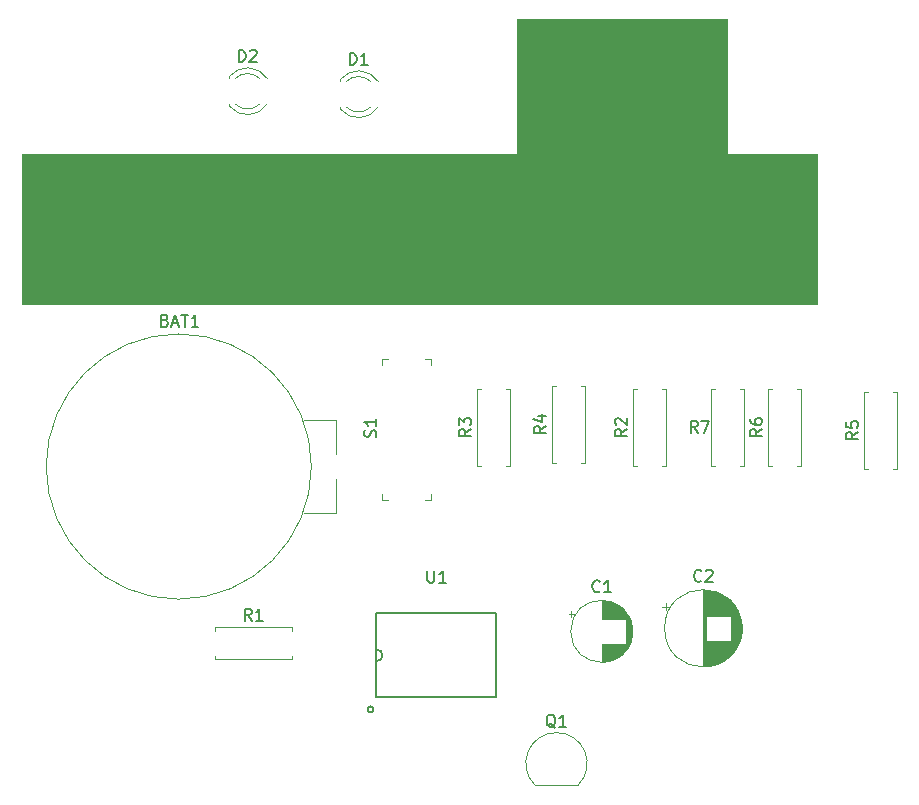
<source format=gto>
G04 #@! TF.GenerationSoftware,KiCad,Pcbnew,5.1.4+dfsg1-1*
G04 #@! TF.CreationDate,2019-08-20T23:46:59-04:00*
G04 #@! TF.ProjectId,hello_world,68656c6c-6f5f-4776-9f72-6c642e6b6963,v01*
G04 #@! TF.SameCoordinates,Original*
G04 #@! TF.FileFunction,Legend,Top*
G04 #@! TF.FilePolarity,Positive*
%FSLAX46Y46*%
G04 Gerber Fmt 4.6, Leading zero omitted, Abs format (unit mm)*
G04 Created by KiCad (PCBNEW 5.1.4+dfsg1-1) date 2019-08-20 23:46:59*
%MOMM*%
%LPD*%
G04 APERTURE LIST*
%ADD10C,0.100000*%
%ADD11C,0.120000*%
%ADD12C,0.203200*%
%ADD13C,0.150000*%
G04 APERTURE END LIST*
D10*
G36*
X184150000Y-80010000D02*
G01*
X166370000Y-80010000D01*
X166370000Y-67310000D01*
X184150000Y-67310000D01*
X184150000Y-80010000D01*
G37*
X184150000Y-80010000D02*
X166370000Y-80010000D01*
X166370000Y-67310000D01*
X184150000Y-67310000D01*
X184150000Y-80010000D01*
G36*
X191770000Y-91440000D02*
G01*
X124460000Y-91440000D01*
X124460000Y-78740000D01*
X191770000Y-78740000D01*
X191770000Y-91440000D01*
G37*
X191770000Y-91440000D02*
X124460000Y-91440000D01*
X124460000Y-78740000D01*
X191770000Y-78740000D01*
X191770000Y-91440000D01*
X151002601Y-109092601D02*
X151002601Y-106247801D01*
X151002601Y-101269401D02*
X151002601Y-104114201D01*
X148259401Y-109092601D02*
X151002601Y-109092601D01*
X148259401Y-101269401D02*
X151002601Y-101269401D01*
X148919801Y-105181001D02*
G75*
G03X148919801Y-105181001I-11226800J0D01*
G01*
D11*
X176118000Y-119126000D02*
G75*
G03X176118000Y-119126000I-2620000J0D01*
G01*
X173498000Y-120166000D02*
X173498000Y-121706000D01*
X173498000Y-116546000D02*
X173498000Y-118086000D01*
X173538000Y-120166000D02*
X173538000Y-121706000D01*
X173538000Y-116546000D02*
X173538000Y-118086000D01*
X173578000Y-116547000D02*
X173578000Y-118086000D01*
X173578000Y-120166000D02*
X173578000Y-121705000D01*
X173618000Y-116548000D02*
X173618000Y-118086000D01*
X173618000Y-120166000D02*
X173618000Y-121704000D01*
X173658000Y-116550000D02*
X173658000Y-118086000D01*
X173658000Y-120166000D02*
X173658000Y-121702000D01*
X173698000Y-116553000D02*
X173698000Y-118086000D01*
X173698000Y-120166000D02*
X173698000Y-121699000D01*
X173738000Y-116557000D02*
X173738000Y-118086000D01*
X173738000Y-120166000D02*
X173738000Y-121695000D01*
X173778000Y-116561000D02*
X173778000Y-118086000D01*
X173778000Y-120166000D02*
X173778000Y-121691000D01*
X173818000Y-116565000D02*
X173818000Y-118086000D01*
X173818000Y-120166000D02*
X173818000Y-121687000D01*
X173858000Y-116570000D02*
X173858000Y-118086000D01*
X173858000Y-120166000D02*
X173858000Y-121682000D01*
X173898000Y-116576000D02*
X173898000Y-118086000D01*
X173898000Y-120166000D02*
X173898000Y-121676000D01*
X173938000Y-116583000D02*
X173938000Y-118086000D01*
X173938000Y-120166000D02*
X173938000Y-121669000D01*
X173978000Y-116590000D02*
X173978000Y-118086000D01*
X173978000Y-120166000D02*
X173978000Y-121662000D01*
X174018000Y-116598000D02*
X174018000Y-118086000D01*
X174018000Y-120166000D02*
X174018000Y-121654000D01*
X174058000Y-116606000D02*
X174058000Y-118086000D01*
X174058000Y-120166000D02*
X174058000Y-121646000D01*
X174098000Y-116615000D02*
X174098000Y-118086000D01*
X174098000Y-120166000D02*
X174098000Y-121637000D01*
X174138000Y-116625000D02*
X174138000Y-118086000D01*
X174138000Y-120166000D02*
X174138000Y-121627000D01*
X174178000Y-116635000D02*
X174178000Y-118086000D01*
X174178000Y-120166000D02*
X174178000Y-121617000D01*
X174219000Y-116646000D02*
X174219000Y-118086000D01*
X174219000Y-120166000D02*
X174219000Y-121606000D01*
X174259000Y-116658000D02*
X174259000Y-118086000D01*
X174259000Y-120166000D02*
X174259000Y-121594000D01*
X174299000Y-116671000D02*
X174299000Y-118086000D01*
X174299000Y-120166000D02*
X174299000Y-121581000D01*
X174339000Y-116684000D02*
X174339000Y-118086000D01*
X174339000Y-120166000D02*
X174339000Y-121568000D01*
X174379000Y-116698000D02*
X174379000Y-118086000D01*
X174379000Y-120166000D02*
X174379000Y-121554000D01*
X174419000Y-116712000D02*
X174419000Y-118086000D01*
X174419000Y-120166000D02*
X174419000Y-121540000D01*
X174459000Y-116728000D02*
X174459000Y-118086000D01*
X174459000Y-120166000D02*
X174459000Y-121524000D01*
X174499000Y-116744000D02*
X174499000Y-118086000D01*
X174499000Y-120166000D02*
X174499000Y-121508000D01*
X174539000Y-116761000D02*
X174539000Y-118086000D01*
X174539000Y-120166000D02*
X174539000Y-121491000D01*
X174579000Y-116778000D02*
X174579000Y-118086000D01*
X174579000Y-120166000D02*
X174579000Y-121474000D01*
X174619000Y-116797000D02*
X174619000Y-118086000D01*
X174619000Y-120166000D02*
X174619000Y-121455000D01*
X174659000Y-116816000D02*
X174659000Y-118086000D01*
X174659000Y-120166000D02*
X174659000Y-121436000D01*
X174699000Y-116836000D02*
X174699000Y-118086000D01*
X174699000Y-120166000D02*
X174699000Y-121416000D01*
X174739000Y-116858000D02*
X174739000Y-118086000D01*
X174739000Y-120166000D02*
X174739000Y-121394000D01*
X174779000Y-116879000D02*
X174779000Y-118086000D01*
X174779000Y-120166000D02*
X174779000Y-121373000D01*
X174819000Y-116902000D02*
X174819000Y-118086000D01*
X174819000Y-120166000D02*
X174819000Y-121350000D01*
X174859000Y-116926000D02*
X174859000Y-118086000D01*
X174859000Y-120166000D02*
X174859000Y-121326000D01*
X174899000Y-116951000D02*
X174899000Y-118086000D01*
X174899000Y-120166000D02*
X174899000Y-121301000D01*
X174939000Y-116977000D02*
X174939000Y-118086000D01*
X174939000Y-120166000D02*
X174939000Y-121275000D01*
X174979000Y-117004000D02*
X174979000Y-118086000D01*
X174979000Y-120166000D02*
X174979000Y-121248000D01*
X175019000Y-117031000D02*
X175019000Y-118086000D01*
X175019000Y-120166000D02*
X175019000Y-121221000D01*
X175059000Y-117061000D02*
X175059000Y-118086000D01*
X175059000Y-120166000D02*
X175059000Y-121191000D01*
X175099000Y-117091000D02*
X175099000Y-118086000D01*
X175099000Y-120166000D02*
X175099000Y-121161000D01*
X175139000Y-117122000D02*
X175139000Y-118086000D01*
X175139000Y-120166000D02*
X175139000Y-121130000D01*
X175179000Y-117155000D02*
X175179000Y-118086000D01*
X175179000Y-120166000D02*
X175179000Y-121097000D01*
X175219000Y-117189000D02*
X175219000Y-118086000D01*
X175219000Y-120166000D02*
X175219000Y-121063000D01*
X175259000Y-117225000D02*
X175259000Y-118086000D01*
X175259000Y-120166000D02*
X175259000Y-121027000D01*
X175299000Y-117262000D02*
X175299000Y-118086000D01*
X175299000Y-120166000D02*
X175299000Y-120990000D01*
X175339000Y-117300000D02*
X175339000Y-118086000D01*
X175339000Y-120166000D02*
X175339000Y-120952000D01*
X175379000Y-117341000D02*
X175379000Y-118086000D01*
X175379000Y-120166000D02*
X175379000Y-120911000D01*
X175419000Y-117383000D02*
X175419000Y-118086000D01*
X175419000Y-120166000D02*
X175419000Y-120869000D01*
X175459000Y-117427000D02*
X175459000Y-118086000D01*
X175459000Y-120166000D02*
X175459000Y-120825000D01*
X175499000Y-117473000D02*
X175499000Y-118086000D01*
X175499000Y-120166000D02*
X175499000Y-120779000D01*
X175539000Y-117521000D02*
X175539000Y-120731000D01*
X175579000Y-117572000D02*
X175579000Y-120680000D01*
X175619000Y-117626000D02*
X175619000Y-120626000D01*
X175659000Y-117683000D02*
X175659000Y-120569000D01*
X175699000Y-117743000D02*
X175699000Y-120509000D01*
X175739000Y-117807000D02*
X175739000Y-120445000D01*
X175779000Y-117875000D02*
X175779000Y-120377000D01*
X175819000Y-117948000D02*
X175819000Y-120304000D01*
X175859000Y-118028000D02*
X175859000Y-120224000D01*
X175899000Y-118115000D02*
X175899000Y-120137000D01*
X175939000Y-118211000D02*
X175939000Y-120041000D01*
X175979000Y-118321000D02*
X175979000Y-119931000D01*
X176019000Y-118449000D02*
X176019000Y-119803000D01*
X176059000Y-118608000D02*
X176059000Y-119644000D01*
X176099000Y-118842000D02*
X176099000Y-119410000D01*
X170693225Y-117651000D02*
X171193225Y-117651000D01*
X170943225Y-117401000D02*
X170943225Y-117901000D01*
X185368000Y-118872000D02*
G75*
G03X185368000Y-118872000I-3270000J0D01*
G01*
X182098000Y-115642000D02*
X182098000Y-122102000D01*
X182138000Y-115642000D02*
X182138000Y-122102000D01*
X182178000Y-115642000D02*
X182178000Y-122102000D01*
X182218000Y-115644000D02*
X182218000Y-122100000D01*
X182258000Y-115645000D02*
X182258000Y-122099000D01*
X182298000Y-115648000D02*
X182298000Y-122096000D01*
X182338000Y-115650000D02*
X182338000Y-117832000D01*
X182338000Y-119912000D02*
X182338000Y-122094000D01*
X182378000Y-115654000D02*
X182378000Y-117832000D01*
X182378000Y-119912000D02*
X182378000Y-122090000D01*
X182418000Y-115657000D02*
X182418000Y-117832000D01*
X182418000Y-119912000D02*
X182418000Y-122087000D01*
X182458000Y-115661000D02*
X182458000Y-117832000D01*
X182458000Y-119912000D02*
X182458000Y-122083000D01*
X182498000Y-115666000D02*
X182498000Y-117832000D01*
X182498000Y-119912000D02*
X182498000Y-122078000D01*
X182538000Y-115671000D02*
X182538000Y-117832000D01*
X182538000Y-119912000D02*
X182538000Y-122073000D01*
X182578000Y-115677000D02*
X182578000Y-117832000D01*
X182578000Y-119912000D02*
X182578000Y-122067000D01*
X182618000Y-115683000D02*
X182618000Y-117832000D01*
X182618000Y-119912000D02*
X182618000Y-122061000D01*
X182658000Y-115690000D02*
X182658000Y-117832000D01*
X182658000Y-119912000D02*
X182658000Y-122054000D01*
X182698000Y-115697000D02*
X182698000Y-117832000D01*
X182698000Y-119912000D02*
X182698000Y-122047000D01*
X182738000Y-115705000D02*
X182738000Y-117832000D01*
X182738000Y-119912000D02*
X182738000Y-122039000D01*
X182778000Y-115713000D02*
X182778000Y-117832000D01*
X182778000Y-119912000D02*
X182778000Y-122031000D01*
X182819000Y-115722000D02*
X182819000Y-117832000D01*
X182819000Y-119912000D02*
X182819000Y-122022000D01*
X182859000Y-115731000D02*
X182859000Y-117832000D01*
X182859000Y-119912000D02*
X182859000Y-122013000D01*
X182899000Y-115741000D02*
X182899000Y-117832000D01*
X182899000Y-119912000D02*
X182899000Y-122003000D01*
X182939000Y-115751000D02*
X182939000Y-117832000D01*
X182939000Y-119912000D02*
X182939000Y-121993000D01*
X182979000Y-115762000D02*
X182979000Y-117832000D01*
X182979000Y-119912000D02*
X182979000Y-121982000D01*
X183019000Y-115774000D02*
X183019000Y-117832000D01*
X183019000Y-119912000D02*
X183019000Y-121970000D01*
X183059000Y-115786000D02*
X183059000Y-117832000D01*
X183059000Y-119912000D02*
X183059000Y-121958000D01*
X183099000Y-115798000D02*
X183099000Y-117832000D01*
X183099000Y-119912000D02*
X183099000Y-121946000D01*
X183139000Y-115811000D02*
X183139000Y-117832000D01*
X183139000Y-119912000D02*
X183139000Y-121933000D01*
X183179000Y-115825000D02*
X183179000Y-117832000D01*
X183179000Y-119912000D02*
X183179000Y-121919000D01*
X183219000Y-115839000D02*
X183219000Y-117832000D01*
X183219000Y-119912000D02*
X183219000Y-121905000D01*
X183259000Y-115854000D02*
X183259000Y-117832000D01*
X183259000Y-119912000D02*
X183259000Y-121890000D01*
X183299000Y-115870000D02*
X183299000Y-117832000D01*
X183299000Y-119912000D02*
X183299000Y-121874000D01*
X183339000Y-115886000D02*
X183339000Y-117832000D01*
X183339000Y-119912000D02*
X183339000Y-121858000D01*
X183379000Y-115902000D02*
X183379000Y-117832000D01*
X183379000Y-119912000D02*
X183379000Y-121842000D01*
X183419000Y-115920000D02*
X183419000Y-117832000D01*
X183419000Y-119912000D02*
X183419000Y-121824000D01*
X183459000Y-115938000D02*
X183459000Y-117832000D01*
X183459000Y-119912000D02*
X183459000Y-121806000D01*
X183499000Y-115956000D02*
X183499000Y-117832000D01*
X183499000Y-119912000D02*
X183499000Y-121788000D01*
X183539000Y-115976000D02*
X183539000Y-117832000D01*
X183539000Y-119912000D02*
X183539000Y-121768000D01*
X183579000Y-115996000D02*
X183579000Y-117832000D01*
X183579000Y-119912000D02*
X183579000Y-121748000D01*
X183619000Y-116016000D02*
X183619000Y-117832000D01*
X183619000Y-119912000D02*
X183619000Y-121728000D01*
X183659000Y-116038000D02*
X183659000Y-117832000D01*
X183659000Y-119912000D02*
X183659000Y-121706000D01*
X183699000Y-116060000D02*
X183699000Y-117832000D01*
X183699000Y-119912000D02*
X183699000Y-121684000D01*
X183739000Y-116082000D02*
X183739000Y-117832000D01*
X183739000Y-119912000D02*
X183739000Y-121662000D01*
X183779000Y-116106000D02*
X183779000Y-117832000D01*
X183779000Y-119912000D02*
X183779000Y-121638000D01*
X183819000Y-116130000D02*
X183819000Y-117832000D01*
X183819000Y-119912000D02*
X183819000Y-121614000D01*
X183859000Y-116156000D02*
X183859000Y-117832000D01*
X183859000Y-119912000D02*
X183859000Y-121588000D01*
X183899000Y-116182000D02*
X183899000Y-117832000D01*
X183899000Y-119912000D02*
X183899000Y-121562000D01*
X183939000Y-116208000D02*
X183939000Y-117832000D01*
X183939000Y-119912000D02*
X183939000Y-121536000D01*
X183979000Y-116236000D02*
X183979000Y-117832000D01*
X183979000Y-119912000D02*
X183979000Y-121508000D01*
X184019000Y-116265000D02*
X184019000Y-117832000D01*
X184019000Y-119912000D02*
X184019000Y-121479000D01*
X184059000Y-116294000D02*
X184059000Y-117832000D01*
X184059000Y-119912000D02*
X184059000Y-121450000D01*
X184099000Y-116324000D02*
X184099000Y-117832000D01*
X184099000Y-119912000D02*
X184099000Y-121420000D01*
X184139000Y-116356000D02*
X184139000Y-117832000D01*
X184139000Y-119912000D02*
X184139000Y-121388000D01*
X184179000Y-116388000D02*
X184179000Y-117832000D01*
X184179000Y-119912000D02*
X184179000Y-121356000D01*
X184219000Y-116422000D02*
X184219000Y-117832000D01*
X184219000Y-119912000D02*
X184219000Y-121322000D01*
X184259000Y-116456000D02*
X184259000Y-117832000D01*
X184259000Y-119912000D02*
X184259000Y-121288000D01*
X184299000Y-116492000D02*
X184299000Y-117832000D01*
X184299000Y-119912000D02*
X184299000Y-121252000D01*
X184339000Y-116529000D02*
X184339000Y-117832000D01*
X184339000Y-119912000D02*
X184339000Y-121215000D01*
X184379000Y-116567000D02*
X184379000Y-117832000D01*
X184379000Y-119912000D02*
X184379000Y-121177000D01*
X184419000Y-116607000D02*
X184419000Y-121137000D01*
X184459000Y-116648000D02*
X184459000Y-121096000D01*
X184499000Y-116690000D02*
X184499000Y-121054000D01*
X184539000Y-116735000D02*
X184539000Y-121009000D01*
X184579000Y-116780000D02*
X184579000Y-120964000D01*
X184619000Y-116828000D02*
X184619000Y-120916000D01*
X184659000Y-116877000D02*
X184659000Y-120867000D01*
X184699000Y-116928000D02*
X184699000Y-120816000D01*
X184739000Y-116982000D02*
X184739000Y-120762000D01*
X184779000Y-117038000D02*
X184779000Y-120706000D01*
X184819000Y-117096000D02*
X184819000Y-120648000D01*
X184859000Y-117158000D02*
X184859000Y-120586000D01*
X184899000Y-117222000D02*
X184899000Y-120522000D01*
X184939000Y-117291000D02*
X184939000Y-120453000D01*
X184979000Y-117363000D02*
X184979000Y-120381000D01*
X185019000Y-117440000D02*
X185019000Y-120304000D01*
X185059000Y-117522000D02*
X185059000Y-120222000D01*
X185099000Y-117610000D02*
X185099000Y-120134000D01*
X185139000Y-117707000D02*
X185139000Y-120037000D01*
X185179000Y-117813000D02*
X185179000Y-119931000D01*
X185219000Y-117932000D02*
X185219000Y-119812000D01*
X185259000Y-118070000D02*
X185259000Y-119674000D01*
X185299000Y-118239000D02*
X185299000Y-119505000D01*
X185339000Y-118470000D02*
X185339000Y-119274000D01*
X178597759Y-117033000D02*
X179227759Y-117033000D01*
X178912759Y-116718000D02*
X178912759Y-117348000D01*
X154580335Y-72581392D02*
G75*
G03X151348000Y-72424484I-1672335J-1078608D01*
G01*
X154580335Y-74738608D02*
G75*
G02X151348000Y-74895516I-1672335J1078608D01*
G01*
X153949130Y-72580163D02*
G75*
G03X151867039Y-72580000I-1041130J-1079837D01*
G01*
X153949130Y-74739837D02*
G75*
G02X151867039Y-74740000I-1041130J1079837D01*
G01*
X151348000Y-72424000D02*
X151348000Y-72580000D01*
X151348000Y-74740000D02*
X151348000Y-74896000D01*
X141950000Y-74486000D02*
X141950000Y-74642000D01*
X141950000Y-72170000D02*
X141950000Y-72326000D01*
X144551130Y-74485837D02*
G75*
G02X142469039Y-74486000I-1041130J1079837D01*
G01*
X144551130Y-72326163D02*
G75*
G03X142469039Y-72326000I-1041130J-1079837D01*
G01*
X145182335Y-74484608D02*
G75*
G02X141950000Y-74641516I-1672335J1078608D01*
G01*
X145182335Y-72327392D02*
G75*
G03X141950000Y-72170484I-1672335J-1078608D01*
G01*
X167872000Y-132152000D02*
X171472000Y-132152000D01*
X167833522Y-132140478D02*
G75*
G02X169672000Y-127702000I1838478J1838478D01*
G01*
X171510478Y-132140478D02*
G75*
G03X169672000Y-127702000I-1838478J1838478D01*
G01*
X140748000Y-119102000D02*
X140748000Y-118772000D01*
X140748000Y-118772000D02*
X147288000Y-118772000D01*
X147288000Y-118772000D02*
X147288000Y-119102000D01*
X140748000Y-121182000D02*
X140748000Y-121512000D01*
X140748000Y-121512000D02*
X147288000Y-121512000D01*
X147288000Y-121512000D02*
X147288000Y-121182000D01*
X178916000Y-98584000D02*
X178586000Y-98584000D01*
X178916000Y-105124000D02*
X178916000Y-98584000D01*
X178586000Y-105124000D02*
X178916000Y-105124000D01*
X176176000Y-98584000D02*
X176506000Y-98584000D01*
X176176000Y-105124000D02*
X176176000Y-98584000D01*
X176506000Y-105124000D02*
X176176000Y-105124000D01*
X163298000Y-105124000D02*
X162968000Y-105124000D01*
X162968000Y-105124000D02*
X162968000Y-98584000D01*
X162968000Y-98584000D02*
X163298000Y-98584000D01*
X165378000Y-105124000D02*
X165708000Y-105124000D01*
X165708000Y-105124000D02*
X165708000Y-98584000D01*
X165708000Y-98584000D02*
X165378000Y-98584000D01*
X172058000Y-98330000D02*
X171728000Y-98330000D01*
X172058000Y-104870000D02*
X172058000Y-98330000D01*
X171728000Y-104870000D02*
X172058000Y-104870000D01*
X169318000Y-98330000D02*
X169648000Y-98330000D01*
X169318000Y-104870000D02*
X169318000Y-98330000D01*
X169648000Y-104870000D02*
X169318000Y-104870000D01*
X196064000Y-105378000D02*
X195734000Y-105378000D01*
X195734000Y-105378000D02*
X195734000Y-98838000D01*
X195734000Y-98838000D02*
X196064000Y-98838000D01*
X198144000Y-105378000D02*
X198474000Y-105378000D01*
X198474000Y-105378000D02*
X198474000Y-98838000D01*
X198474000Y-98838000D02*
X198144000Y-98838000D01*
X190346000Y-98584000D02*
X190016000Y-98584000D01*
X190346000Y-105124000D02*
X190346000Y-98584000D01*
X190016000Y-105124000D02*
X190346000Y-105124000D01*
X187606000Y-98584000D02*
X187936000Y-98584000D01*
X187606000Y-105124000D02*
X187606000Y-98584000D01*
X187936000Y-105124000D02*
X187606000Y-105124000D01*
X183110000Y-105124000D02*
X182780000Y-105124000D01*
X182780000Y-105124000D02*
X182780000Y-98584000D01*
X182780000Y-98584000D02*
X183110000Y-98584000D01*
X185190000Y-105124000D02*
X185520000Y-105124000D01*
X185520000Y-105124000D02*
X185520000Y-98584000D01*
X185520000Y-98584000D02*
X185190000Y-98584000D01*
D10*
X159072000Y-96094000D02*
X159072000Y-96594000D01*
X159072000Y-96094000D02*
X158572000Y-96094000D01*
X159072000Y-107994000D02*
X159072000Y-107494000D01*
X159072000Y-107994000D02*
X158572000Y-107994000D01*
X154872000Y-107994000D02*
X154872000Y-107494000D01*
X154872000Y-107994000D02*
X155372000Y-107994000D01*
X154872000Y-96094000D02*
X155372000Y-96094000D01*
X154872000Y-96094000D02*
X154872000Y-96594000D01*
D12*
X154432000Y-124714000D02*
X154432000Y-117602000D01*
X164592000Y-124714000D02*
X164592000Y-117602000D01*
X154432000Y-120650000D02*
G75*
G02X154432000Y-121666000I0J-508000D01*
G01*
X154432000Y-117602000D02*
X164592000Y-117602000D01*
X164592000Y-124714000D02*
X154432000Y-124714000D01*
X154178000Y-125730000D02*
G75*
G03X154178000Y-125730000I-254000J0D01*
G01*
D13*
X136539675Y-92803272D02*
X136682532Y-92850891D01*
X136730151Y-92898510D01*
X136777770Y-92993748D01*
X136777770Y-93136605D01*
X136730151Y-93231843D01*
X136682532Y-93279462D01*
X136587294Y-93327081D01*
X136206341Y-93327081D01*
X136206341Y-92327081D01*
X136539675Y-92327081D01*
X136634913Y-92374701D01*
X136682532Y-92422320D01*
X136730151Y-92517558D01*
X136730151Y-92612796D01*
X136682532Y-92708034D01*
X136634913Y-92755653D01*
X136539675Y-92803272D01*
X136206341Y-92803272D01*
X137158722Y-93041367D02*
X137634913Y-93041367D01*
X137063484Y-93327081D02*
X137396818Y-92327081D01*
X137730151Y-93327081D01*
X137920627Y-92327081D02*
X138492056Y-92327081D01*
X138206341Y-93327081D02*
X138206341Y-92327081D01*
X139349199Y-93327081D02*
X138777770Y-93327081D01*
X139063484Y-93327081D02*
X139063484Y-92327081D01*
X138968246Y-92469939D01*
X138873008Y-92565177D01*
X138777770Y-92612796D01*
X173331333Y-115733142D02*
X173283714Y-115780761D01*
X173140857Y-115828380D01*
X173045619Y-115828380D01*
X172902761Y-115780761D01*
X172807523Y-115685523D01*
X172759904Y-115590285D01*
X172712285Y-115399809D01*
X172712285Y-115256952D01*
X172759904Y-115066476D01*
X172807523Y-114971238D01*
X172902761Y-114876000D01*
X173045619Y-114828380D01*
X173140857Y-114828380D01*
X173283714Y-114876000D01*
X173331333Y-114923619D01*
X174283714Y-115828380D02*
X173712285Y-115828380D01*
X173998000Y-115828380D02*
X173998000Y-114828380D01*
X173902761Y-114971238D01*
X173807523Y-115066476D01*
X173712285Y-115114095D01*
X181931333Y-114829142D02*
X181883714Y-114876761D01*
X181740857Y-114924380D01*
X181645619Y-114924380D01*
X181502761Y-114876761D01*
X181407523Y-114781523D01*
X181359904Y-114686285D01*
X181312285Y-114495809D01*
X181312285Y-114352952D01*
X181359904Y-114162476D01*
X181407523Y-114067238D01*
X181502761Y-113972000D01*
X181645619Y-113924380D01*
X181740857Y-113924380D01*
X181883714Y-113972000D01*
X181931333Y-114019619D01*
X182312285Y-114019619D02*
X182359904Y-113972000D01*
X182455142Y-113924380D01*
X182693238Y-113924380D01*
X182788476Y-113972000D01*
X182836095Y-114019619D01*
X182883714Y-114114857D01*
X182883714Y-114210095D01*
X182836095Y-114352952D01*
X182264666Y-114924380D01*
X182883714Y-114924380D01*
X152169904Y-71152380D02*
X152169904Y-70152380D01*
X152408000Y-70152380D01*
X152550857Y-70200000D01*
X152646095Y-70295238D01*
X152693714Y-70390476D01*
X152741333Y-70580952D01*
X152741333Y-70723809D01*
X152693714Y-70914285D01*
X152646095Y-71009523D01*
X152550857Y-71104761D01*
X152408000Y-71152380D01*
X152169904Y-71152380D01*
X153693714Y-71152380D02*
X153122285Y-71152380D01*
X153408000Y-71152380D02*
X153408000Y-70152380D01*
X153312761Y-70295238D01*
X153217523Y-70390476D01*
X153122285Y-70438095D01*
X142771904Y-70898380D02*
X142771904Y-69898380D01*
X143010000Y-69898380D01*
X143152857Y-69946000D01*
X143248095Y-70041238D01*
X143295714Y-70136476D01*
X143343333Y-70326952D01*
X143343333Y-70469809D01*
X143295714Y-70660285D01*
X143248095Y-70755523D01*
X143152857Y-70850761D01*
X143010000Y-70898380D01*
X142771904Y-70898380D01*
X143724285Y-69993619D02*
X143771904Y-69946000D01*
X143867142Y-69898380D01*
X144105238Y-69898380D01*
X144200476Y-69946000D01*
X144248095Y-69993619D01*
X144295714Y-70088857D01*
X144295714Y-70184095D01*
X144248095Y-70326952D01*
X143676666Y-70898380D01*
X144295714Y-70898380D01*
X169576761Y-127289619D02*
X169481523Y-127242000D01*
X169386285Y-127146761D01*
X169243428Y-127003904D01*
X169148190Y-126956285D01*
X169052952Y-126956285D01*
X169100571Y-127194380D02*
X169005333Y-127146761D01*
X168910095Y-127051523D01*
X168862476Y-126861047D01*
X168862476Y-126527714D01*
X168910095Y-126337238D01*
X169005333Y-126242000D01*
X169100571Y-126194380D01*
X169291047Y-126194380D01*
X169386285Y-126242000D01*
X169481523Y-126337238D01*
X169529142Y-126527714D01*
X169529142Y-126861047D01*
X169481523Y-127051523D01*
X169386285Y-127146761D01*
X169291047Y-127194380D01*
X169100571Y-127194380D01*
X170481523Y-127194380D02*
X169910095Y-127194380D01*
X170195809Y-127194380D02*
X170195809Y-126194380D01*
X170100571Y-126337238D01*
X170005333Y-126432476D01*
X169910095Y-126480095D01*
X143851333Y-118224380D02*
X143518000Y-117748190D01*
X143279904Y-118224380D02*
X143279904Y-117224380D01*
X143660857Y-117224380D01*
X143756095Y-117272000D01*
X143803714Y-117319619D01*
X143851333Y-117414857D01*
X143851333Y-117557714D01*
X143803714Y-117652952D01*
X143756095Y-117700571D01*
X143660857Y-117748190D01*
X143279904Y-117748190D01*
X144803714Y-118224380D02*
X144232285Y-118224380D01*
X144518000Y-118224380D02*
X144518000Y-117224380D01*
X144422761Y-117367238D01*
X144327523Y-117462476D01*
X144232285Y-117510095D01*
X175628380Y-102020666D02*
X175152190Y-102354000D01*
X175628380Y-102592095D02*
X174628380Y-102592095D01*
X174628380Y-102211142D01*
X174676000Y-102115904D01*
X174723619Y-102068285D01*
X174818857Y-102020666D01*
X174961714Y-102020666D01*
X175056952Y-102068285D01*
X175104571Y-102115904D01*
X175152190Y-102211142D01*
X175152190Y-102592095D01*
X174723619Y-101639714D02*
X174676000Y-101592095D01*
X174628380Y-101496857D01*
X174628380Y-101258761D01*
X174676000Y-101163523D01*
X174723619Y-101115904D01*
X174818857Y-101068285D01*
X174914095Y-101068285D01*
X175056952Y-101115904D01*
X175628380Y-101687333D01*
X175628380Y-101068285D01*
X162420380Y-102020666D02*
X161944190Y-102354000D01*
X162420380Y-102592095D02*
X161420380Y-102592095D01*
X161420380Y-102211142D01*
X161468000Y-102115904D01*
X161515619Y-102068285D01*
X161610857Y-102020666D01*
X161753714Y-102020666D01*
X161848952Y-102068285D01*
X161896571Y-102115904D01*
X161944190Y-102211142D01*
X161944190Y-102592095D01*
X161420380Y-101687333D02*
X161420380Y-101068285D01*
X161801333Y-101401619D01*
X161801333Y-101258761D01*
X161848952Y-101163523D01*
X161896571Y-101115904D01*
X161991809Y-101068285D01*
X162229904Y-101068285D01*
X162325142Y-101115904D01*
X162372761Y-101163523D01*
X162420380Y-101258761D01*
X162420380Y-101544476D01*
X162372761Y-101639714D01*
X162325142Y-101687333D01*
X168770380Y-101766666D02*
X168294190Y-102100000D01*
X168770380Y-102338095D02*
X167770380Y-102338095D01*
X167770380Y-101957142D01*
X167818000Y-101861904D01*
X167865619Y-101814285D01*
X167960857Y-101766666D01*
X168103714Y-101766666D01*
X168198952Y-101814285D01*
X168246571Y-101861904D01*
X168294190Y-101957142D01*
X168294190Y-102338095D01*
X168103714Y-100909523D02*
X168770380Y-100909523D01*
X167722761Y-101147619D02*
X168437047Y-101385714D01*
X168437047Y-100766666D01*
X195186380Y-102274666D02*
X194710190Y-102608000D01*
X195186380Y-102846095D02*
X194186380Y-102846095D01*
X194186380Y-102465142D01*
X194234000Y-102369904D01*
X194281619Y-102322285D01*
X194376857Y-102274666D01*
X194519714Y-102274666D01*
X194614952Y-102322285D01*
X194662571Y-102369904D01*
X194710190Y-102465142D01*
X194710190Y-102846095D01*
X194186380Y-101369904D02*
X194186380Y-101846095D01*
X194662571Y-101893714D01*
X194614952Y-101846095D01*
X194567333Y-101750857D01*
X194567333Y-101512761D01*
X194614952Y-101417523D01*
X194662571Y-101369904D01*
X194757809Y-101322285D01*
X194995904Y-101322285D01*
X195091142Y-101369904D01*
X195138761Y-101417523D01*
X195186380Y-101512761D01*
X195186380Y-101750857D01*
X195138761Y-101846095D01*
X195091142Y-101893714D01*
X187058380Y-102020666D02*
X186582190Y-102354000D01*
X187058380Y-102592095D02*
X186058380Y-102592095D01*
X186058380Y-102211142D01*
X186106000Y-102115904D01*
X186153619Y-102068285D01*
X186248857Y-102020666D01*
X186391714Y-102020666D01*
X186486952Y-102068285D01*
X186534571Y-102115904D01*
X186582190Y-102211142D01*
X186582190Y-102592095D01*
X186058380Y-101163523D02*
X186058380Y-101354000D01*
X186106000Y-101449238D01*
X186153619Y-101496857D01*
X186296476Y-101592095D01*
X186486952Y-101639714D01*
X186867904Y-101639714D01*
X186963142Y-101592095D01*
X187010761Y-101544476D01*
X187058380Y-101449238D01*
X187058380Y-101258761D01*
X187010761Y-101163523D01*
X186963142Y-101115904D01*
X186867904Y-101068285D01*
X186629809Y-101068285D01*
X186534571Y-101115904D01*
X186486952Y-101163523D01*
X186439333Y-101258761D01*
X186439333Y-101449238D01*
X186486952Y-101544476D01*
X186534571Y-101592095D01*
X186629809Y-101639714D01*
X181613333Y-102306380D02*
X181280000Y-101830190D01*
X181041904Y-102306380D02*
X181041904Y-101306380D01*
X181422857Y-101306380D01*
X181518095Y-101354000D01*
X181565714Y-101401619D01*
X181613333Y-101496857D01*
X181613333Y-101639714D01*
X181565714Y-101734952D01*
X181518095Y-101782571D01*
X181422857Y-101830190D01*
X181041904Y-101830190D01*
X181946666Y-101306380D02*
X182613333Y-101306380D01*
X182184761Y-102306380D01*
X154356761Y-102665904D02*
X154404380Y-102523047D01*
X154404380Y-102284952D01*
X154356761Y-102189714D01*
X154309142Y-102142095D01*
X154213904Y-102094476D01*
X154118666Y-102094476D01*
X154023428Y-102142095D01*
X153975809Y-102189714D01*
X153928190Y-102284952D01*
X153880571Y-102475428D01*
X153832952Y-102570666D01*
X153785333Y-102618285D01*
X153690095Y-102665904D01*
X153594857Y-102665904D01*
X153499619Y-102618285D01*
X153452000Y-102570666D01*
X153404380Y-102475428D01*
X153404380Y-102237333D01*
X153452000Y-102094476D01*
X154404380Y-101142095D02*
X154404380Y-101713523D01*
X154404380Y-101427809D02*
X153404380Y-101427809D01*
X153547238Y-101523047D01*
X153642476Y-101618285D01*
X153690095Y-101713523D01*
X158750095Y-114006380D02*
X158750095Y-114815904D01*
X158797714Y-114911142D01*
X158845333Y-114958761D01*
X158940571Y-115006380D01*
X159131047Y-115006380D01*
X159226285Y-114958761D01*
X159273904Y-114911142D01*
X159321523Y-114815904D01*
X159321523Y-114006380D01*
X160321523Y-115006380D02*
X159750095Y-115006380D01*
X160035809Y-115006380D02*
X160035809Y-114006380D01*
X159940571Y-114149238D01*
X159845333Y-114244476D01*
X159750095Y-114292095D01*
M02*

</source>
